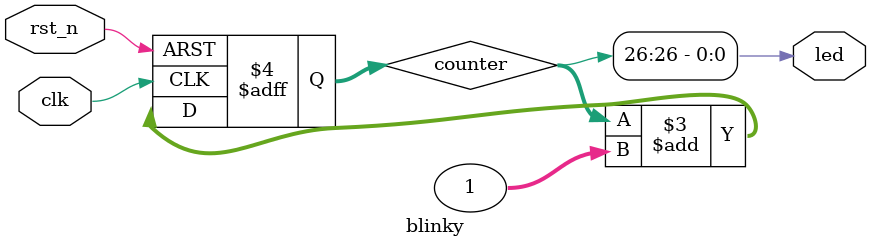
<source format=v>
module blinky (/*AUTOARG*/
   // Outputs
   led,
   // Inputs
   clk, rst_n
   );

   input clk;
   input rst_n;

   output wire led;

   parameter COUNTER_BITS=32;   
   parameter LED_TAP = 26;
   
   /*AUTOINPUT*/
   /*AUTOOUTPUT*/

   /*AUTOREG*/
   /*AUTOWIRE*/

   reg [COUNTER_BITS-1:0] counter;


   always @(posedge clk or negedge rst_n) begin
      if(rst_n == 1'b0) begin
	 /*AUTORESET*/
	 // Beginning of autoreset for uninitialized flops
	 counter <= {COUNTER_BITS{1'b0}};
	 // End of automatics
      end
      else begin
	 counter <= counter + 1;	 
      end
   end

   
   assign led = counter[LED_TAP];   
   
endmodule // blinky
/*
 Local Variables:
 verilog-library-directories:(
 "."
 )
 End:
 */

</source>
